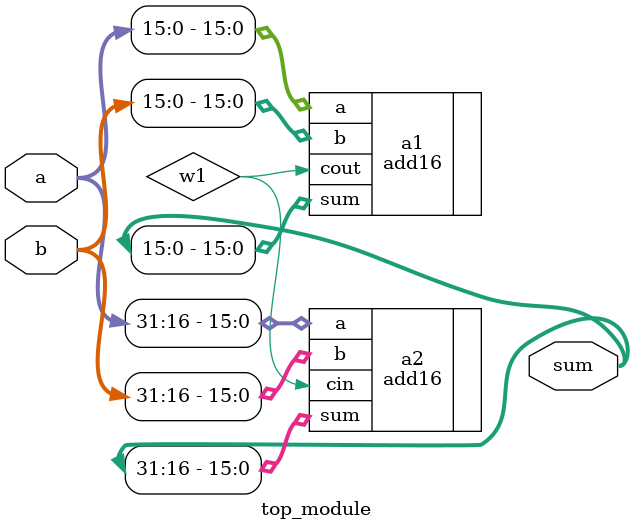
<source format=v>
module top_module(
    input [31:0] a,
    input [31:0] b,
    output [31:0] sum
);
   wire w1;
    
    add16 a1(.a(a[15:0] ),.b(b[15:0] ),.sum(sum[15:0]),.cout(w1));
    add16 a2(.a(a[31:16]),.b(b[31:16]),.sum(sum[31:16]),.cin(w1));
    
                                             
                        

endmodule

</source>
